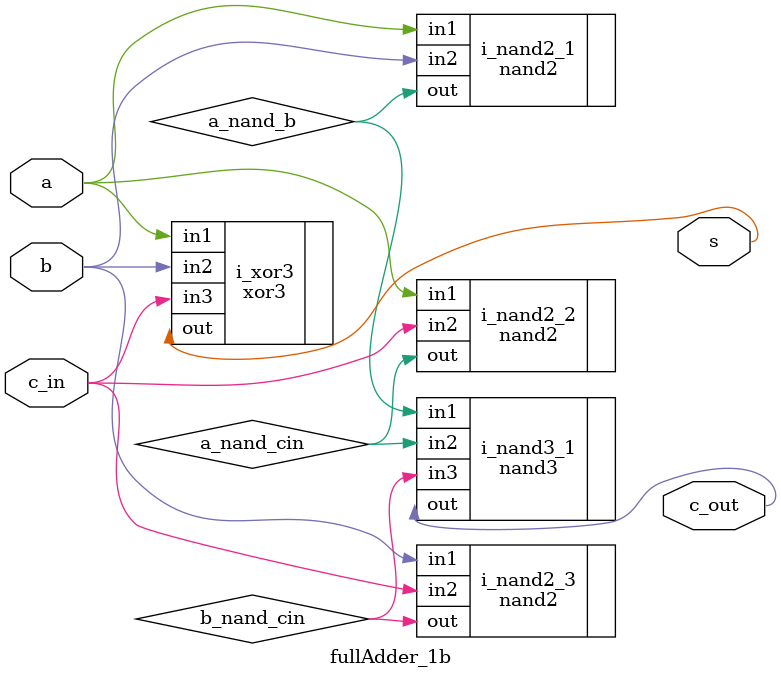
<source format=v>
/*
    CS/ECE 552 Spring '20
    Homework #1, Problem 2
    
    a 1-bit full adder
*/
module fullAdder_1b(s, c_out, a, b, c_in);
    output s;
    output c_out;
    input   a, b;
    input  c_in;

    // YOUR CODE HERE
	wire a_nand_b, a_nand_cin, b_nand_cin;			// nand results of two signals out of a, b, and cin
	
	// logic generating sum (s = exactly one or three of (a,b,cin))
	xor3 i_xor3(.out(s), .in1(a), .in2(b), .in3(c_in));				// s = a XOR b XOR c_in
	
	// logic generating c_out (c_out = two or more of (a, b, cin))
	nand2 i_nand2_1(.out(a_nand_b), .in1(a), .in2(b));
	nand2 i_nand2_2(.out(a_nand_cin), .in1(a), .in2(c_in));
	nand2 i_nand2_3(.out(b_nand_cin), .in1(b), .in2(c_in));
	nand3 i_nand3_1(.out(c_out), .in1(a_nand_b), .in2(a_nand_cin), .in3(b_nand_cin));

endmodule

</source>
